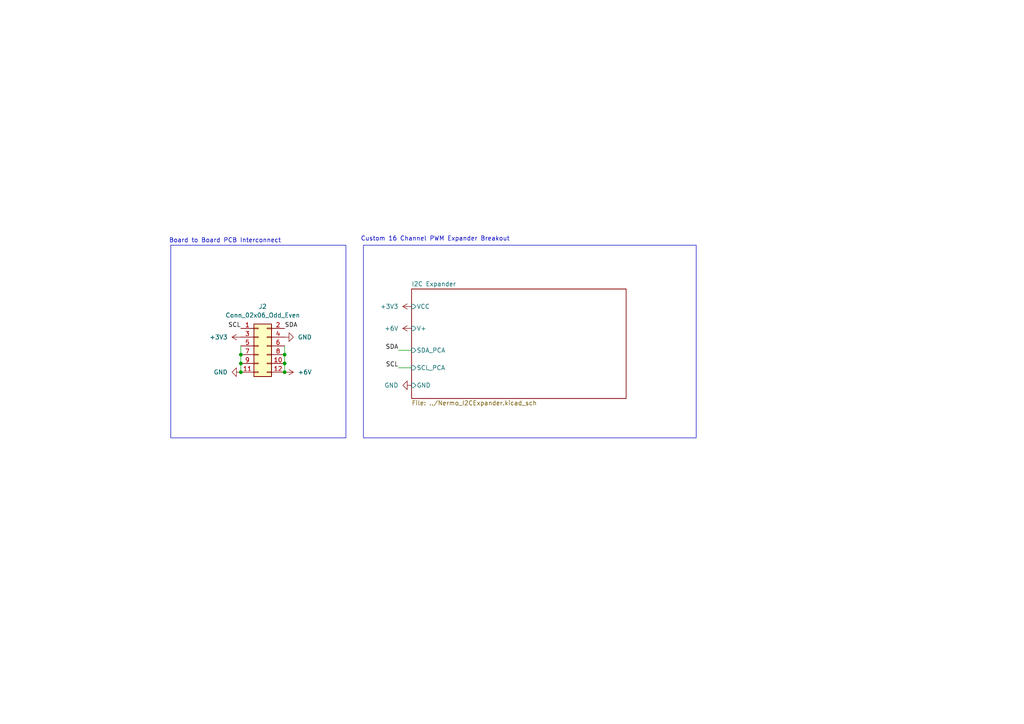
<source format=kicad_sch>
(kicad_sch (version 20250114) (generator "eeschema") (generator_version "9.0")
  (paper "A4")
  (lib_symbols
    (symbol "Connector_Generic:Conn_02x06_Odd_Even" (pin_names (offset 1.016) (hide yes))
      (property "Reference" "J" (at 1.27 7.62 0))
      (property "Value" "Conn_02x06_Odd_Even" (at 1.27 -10.16 0))
      (symbol "Conn_02x06_Odd_Even_1_1"
        (rectangle (start -1.27 6.35) (end 3.81 -8.89) (stroke (width 0.254)) (fill (type background)))
        (rectangle (start -1.27 5.207) (end 0 4.953) (stroke (width 0.1524)))
        (rectangle (start -1.27 2.667) (end 0 2.413) (stroke (width 0.1524)))
        (rectangle (start -1.27 0.127) (end 0 -0.127) (stroke (width 0.1524)))
        (rectangle (start -1.27 -2.413) (end 0 -2.667) (stroke (width 0.1524)))
        (rectangle (start -1.27 -4.953) (end 0 -5.207) (stroke (width 0.1524)))
        (rectangle (start -1.27 -7.493) (end 0 -7.747) (stroke (width 0.1524)))
        (rectangle (start 3.81 5.207) (end 2.54 4.953) (stroke (width 0.1524)))
        (rectangle (start 3.81 2.667) (end 2.54 2.413) (stroke (width 0.1524)))
        (rectangle (start 3.81 0.127) (end 2.54 -0.127) (stroke (width 0.1524)))
        (rectangle (start 3.81 -2.413) (end 2.54 -2.667) (stroke (width 0.1524)))
        (rectangle (start 3.81 -4.953) (end 2.54 -5.207) (stroke (width 0.1524)))
        (rectangle (start 3.81 -7.493) (end 2.54 -7.747) (stroke (width 0.1524)))
        (pin passive line (at -5.08 5.08 0) (length 3.81) (name "Pin_1") (number "1"))
        (pin passive line (at -5.08 2.54 0) (length 3.81) (name "Pin_3") (number "3"))
        (pin passive line (at -5.08 0 0) (length 3.81) (name "Pin_5") (number "5"))
        (pin passive line (at -5.08 -2.54 0) (length 3.81) (name "Pin_7") (number "7"))
        (pin passive line (at -5.08 -5.08 0) (length 3.81) (name "Pin_9") (number "9"))
        (pin passive line (at -5.08 -7.62 0) (length 3.81) (name "Pin_11") (number "11"))
        (pin passive line (at 7.62 5.08 180) (length 3.81) (name "Pin_2") (number "2"))
        (pin passive line (at 7.62 2.54 180) (length 3.81) (name "Pin_4") (number "4"))
        (pin passive line (at 7.62 0 180) (length 3.81) (name "Pin_6") (number "6"))
        (pin passive line (at 7.62 -2.54 180) (length 3.81) (name "Pin_8") (number "8"))
        (pin passive line (at 7.62 -5.08 180) (length 3.81) (name "Pin_10") (number "10"))
        (pin passive line (at 7.62 -7.62 180) (length 3.81) (name "Pin_12") (number "12"))
      )
    )
    (symbol "power:+3V3" (power) (pin_numbers (hide yes)) (pin_names (offset 0) (hide yes))
      (property "Value" "+3V3" (at 0 3.556 0))
      (symbol "+3V3_0_1"
        (polyline (pts (xy -0.762 1.27) (xy 0 2.54)))
        (polyline (pts (xy 0 2.54) (xy 0.762 1.27)))
        (polyline (pts (xy 0 0) (xy 0 2.54)))
      )
      (symbol "+3V3_1_1"
        (pin power_in line (at 0 0 90) (length 0) (name "~") (number "1"))
      )
    )
    (symbol "power:+6V" (power) (pin_numbers (hide yes)) (pin_names (offset 0) (hide yes))
      (property "Value" "+6V" (at 0 3.556 0))
      (symbol "+6V_0_1"
        (polyline (pts (xy -0.762 1.27) (xy 0 2.54)))
        (polyline (pts (xy 0 2.54) (xy 0.762 1.27)))
        (polyline (pts (xy 0 0) (xy 0 2.54)))
      )
      (symbol "+6V_1_1"
        (pin power_in line (at 0 0 90) (length 0) (name "~") (number "1"))
      )
    )
    (symbol "power:GND" (power) (pin_numbers (hide yes)) (pin_names (offset 0) (hide yes))
      (property "Value" "GND" (at 0 -3.81 0))
      (symbol "GND_0_1"
        (polyline (pts (xy 0 0) (xy 0 -1.27) (xy 1.27 -1.27) (xy 0 -2.54) (xy -1.27 -1.27) (xy 0 -1.27)))
      )
      (symbol "GND_1_1"
        (pin power_in line (at 0 0 270) (length 0) (name "~") (number "1"))
      )
    )
  )
  (rectangle (start 105.41 71.12) (end 201.93 127))
  (rectangle (start 49.53 71.12) (end 100.33 127))
  (text "Board to Board PCB Interconnect" (at 65.278 69.85 0) (effects (font (size 1.27 1.27))))
  (text "Custom 16 Channel PWM Expander Breakout" (at 126.238 69.342 0) (effects (font (size 1.27 1.27))))
  (junction (at 69.85 102.87))
  (junction (at 69.85 105.41))
  (junction (at 82.55 107.95))
  (junction (at 69.85 107.95))
  (junction (at 82.55 102.87))
  (junction (at 82.55 105.41))
  (wire (pts (xy 82.55 100.33) (xy 82.55 102.87)))
  (wire (pts (xy 115.57 101.6) (xy 119.38 101.6)))
  (wire (pts (xy 69.85 102.87) (xy 69.85 100.33)))
  (wire (pts (xy 115.57 106.68) (xy 119.38 106.68)))
  (wire (pts (xy 82.55 102.87) (xy 82.55 105.41)))
  (wire (pts (xy 69.85 102.87) (xy 69.85 105.41)))
  (wire (pts (xy 69.85 107.95) (xy 69.85 105.41)))
  (wire (pts (xy 82.55 105.41) (xy 82.55 107.95)))
  (label "SCL" (at 69.85 95.25 180))
  (label "SDA" (at 82.55 95.25 0))
  (label "SCL" (at 115.57 106.68 180))
  (label "SDA" (at 115.57 101.6 180))
  (symbol (lib_id "power:+6V") (at 82.55 107.95 270) (unit 1)
    (property "Reference" "#PWR05" (effects (hide yes)))
    (property "Value" "+6V" (at 86.36 107.9499 90) (effects (justify left)))
    (property "Description" "Power symbol creates a global label with name \"+6V\"" (effects (hide yes)))
  )
  (symbol (lib_id "Connector_Generic:Conn_02x06_Odd_Even") (at 74.93 100.33 0) (unit 1)
    (property "Reference" "J2" (at 76.2 88.9 0))
    (property "Value" "Conn_02x06_Odd_Even" (at 76.2 91.44 0))
    (property "Footprint" "Connector_PinHeader_1.27mm:PinHeader_2x06_P1.27mm_Vertical" (effects (hide yes)))
    (property "Description" "Generic connector, double row, 02x06, odd/even pin numbering scheme (row 1 odd numbers, row 2 even numbers), script generated (kicad-library-utils/schlib/autogen/connector/)" (effects (hide yes)))
  )
  (symbol (lib_id "power:GND") (at 82.55 97.79 90) (unit 1)
    (property "Reference" "#PWR02" (effects (hide yes)))
    (property "Value" "GND" (at 86.36 97.7899 90) (effects (justify right)))
    (property "Description" "Power symbol creates a global label with name \"GND\" , ground" (effects (hide yes)))
  )
  (symbol (lib_id "power:GND") (at 69.85 107.95 270) (unit 1)
    (property "Reference" "#PWR04" (effects (hide yes)))
    (property "Value" "GND" (at 66.04 107.9499 90) (effects (justify right)))
    (property "Description" "Power symbol creates a global label with name \"GND\" , ground" (effects (hide yes)))
  )
  (symbol (lib_id "power:+3V3") (at 69.85 97.79 90) (unit 1)
    (property "Reference" "#PWR03" (effects (hide yes)))
    (property "Value" "+3V3" (at 66.04 97.7899 90) (effects (justify left)))
    (property "Description" "Power symbol creates a global label with name \"+3V3\"" (effects (hide yes)))
  )
  (symbol (lib_id "power:+3V3") (at 119.38 88.9 90) (unit 1)
    (property "Reference" "#PWR010" (effects (hide yes)))
    (property "Value" "+3V3" (at 115.57 88.8999 90) (effects (justify left)))
    (property "Description" "Power symbol creates a global label with name \"+3V3\"" (effects (hide yes)))
  )
  (symbol (lib_id "power:+6V") (at 119.38 95.25 90) (unit 1)
    (property "Reference" "#PWR08" (effects (hide yes)))
    (property "Value" "+6V" (at 115.57 95.2499 90) (effects (justify left)))
    (property "Description" "Power symbol creates a global label with name \"+6V\"" (effects (hide yes)))
  )
  (symbol (lib_id "power:GND") (at 119.38 111.76 270) (unit 1)
    (property "Reference" "#PWR01" (effects (hide yes)))
    (property "Value" "GND" (at 115.57 111.7599 90) (effects (justify right)))
    (property "Description" "Power symbol creates a global label with name \"GND\" , ground" (effects (hide yes)))
  )
  (sheet (at 119.38 83.82) (size 62.23 31.75) (stroke (width 0.1524))
    (property "Sheetname" "I2C Expander" (at 119.38 83.1084 0) (effects (justify left bottom)))
    (property "Sheetfile" "../Nermo_I2CExpander.kicad_sch" (at 119.38 116.1546 0) (effects (justify left top)))
    (pin "GND" input (at 119.38 111.76 180))
    (pin "SCL_PCA" input (at 119.38 106.68 180))
    (pin "SDA_PCA" input (at 119.38 101.6 180))
    (pin "V+" input (at 119.38 95.25 180))
    (pin "VCC" input (at 119.38 88.9 180))
  )
)
</source>
